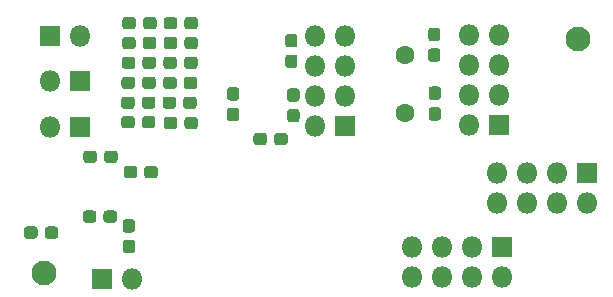
<source format=gbr>
%TF.GenerationSoftware,KiCad,Pcbnew,(5.1.6-0-10_14)*%
%TF.CreationDate,2020-07-31T15:00:41-05:00*%
%TF.ProjectId,final_fingerprint_sensor,66696e61-6c5f-4666-996e-676572707269,rev?*%
%TF.SameCoordinates,Original*%
%TF.FileFunction,Soldermask,Bot*%
%TF.FilePolarity,Negative*%
%FSLAX46Y46*%
G04 Gerber Fmt 4.6, Leading zero omitted, Abs format (unit mm)*
G04 Created by KiCad (PCBNEW (5.1.6-0-10_14)) date 2020-07-31 15:00:41*
%MOMM*%
%LPD*%
G01*
G04 APERTURE LIST*
%ADD10C,2.100000*%
%ADD11R,1.800000X1.800000*%
%ADD12O,1.800000X1.800000*%
%ADD13C,1.600000*%
G04 APERTURE END LIST*
%TO.C,C1*%
G36*
G01*
X118475000Y-70187500D02*
X118475000Y-69662500D01*
G75*
G02*
X118737500Y-69400000I262500J0D01*
G01*
X119362500Y-69400000D01*
G75*
G02*
X119625000Y-69662500I0J-262500D01*
G01*
X119625000Y-70187500D01*
G75*
G02*
X119362500Y-70450000I-262500J0D01*
G01*
X118737500Y-70450000D01*
G75*
G02*
X118475000Y-70187500I0J262500D01*
G01*
G37*
G36*
G01*
X120225000Y-70187500D02*
X120225000Y-69662500D01*
G75*
G02*
X120487500Y-69400000I262500J0D01*
G01*
X121112500Y-69400000D01*
G75*
G02*
X121375000Y-69662500I0J-262500D01*
G01*
X121375000Y-70187500D01*
G75*
G02*
X121112500Y-70450000I-262500J0D01*
G01*
X120487500Y-70450000D01*
G75*
G02*
X120225000Y-70187500I0J262500D01*
G01*
G37*
%TD*%
%TO.C,C4*%
G36*
G01*
X121275000Y-57062500D02*
X121275000Y-57587500D01*
G75*
G02*
X121012500Y-57850000I-262500J0D01*
G01*
X120387500Y-57850000D01*
G75*
G02*
X120125000Y-57587500I0J262500D01*
G01*
X120125000Y-57062500D01*
G75*
G02*
X120387500Y-56800000I262500J0D01*
G01*
X121012500Y-56800000D01*
G75*
G02*
X121275000Y-57062500I0J-262500D01*
G01*
G37*
G36*
G01*
X119525000Y-57062500D02*
X119525000Y-57587500D01*
G75*
G02*
X119262500Y-57850000I-262500J0D01*
G01*
X118637500Y-57850000D01*
G75*
G02*
X118375000Y-57587500I0J262500D01*
G01*
X118375000Y-57062500D01*
G75*
G02*
X118637500Y-56800000I262500J0D01*
G01*
X119262500Y-56800000D01*
G75*
G02*
X119525000Y-57062500I0J-262500D01*
G01*
G37*
%TD*%
%TO.C,C6*%
G36*
G01*
X120075000Y-60937500D02*
X120075000Y-60412500D01*
G75*
G02*
X120337500Y-60150000I262500J0D01*
G01*
X120962500Y-60150000D01*
G75*
G02*
X121225000Y-60412500I0J-262500D01*
G01*
X121225000Y-60937500D01*
G75*
G02*
X120962500Y-61200000I-262500J0D01*
G01*
X120337500Y-61200000D01*
G75*
G02*
X120075000Y-60937500I0J262500D01*
G01*
G37*
G36*
G01*
X118325000Y-60937500D02*
X118325000Y-60412500D01*
G75*
G02*
X118587500Y-60150000I262500J0D01*
G01*
X119212500Y-60150000D01*
G75*
G02*
X119475000Y-60412500I0J-262500D01*
G01*
X119475000Y-60937500D01*
G75*
G02*
X119212500Y-61200000I-262500J0D01*
G01*
X118587500Y-61200000D01*
G75*
G02*
X118325000Y-60937500I0J262500D01*
G01*
G37*
%TD*%
%TO.C,C7*%
G36*
G01*
X118275000Y-65962500D02*
X118275000Y-65437500D01*
G75*
G02*
X118537500Y-65175000I262500J0D01*
G01*
X119162500Y-65175000D01*
G75*
G02*
X119425000Y-65437500I0J-262500D01*
G01*
X119425000Y-65962500D01*
G75*
G02*
X119162500Y-66225000I-262500J0D01*
G01*
X118537500Y-66225000D01*
G75*
G02*
X118275000Y-65962500I0J262500D01*
G01*
G37*
G36*
G01*
X120025000Y-65962500D02*
X120025000Y-65437500D01*
G75*
G02*
X120287500Y-65175000I262500J0D01*
G01*
X120912500Y-65175000D01*
G75*
G02*
X121175000Y-65437500I0J-262500D01*
G01*
X121175000Y-65962500D01*
G75*
G02*
X120912500Y-66225000I-262500J0D01*
G01*
X120287500Y-66225000D01*
G75*
G02*
X120025000Y-65962500I0J262500D01*
G01*
G37*
%TD*%
%TO.C,C8*%
G36*
G01*
X121175000Y-63787500D02*
X121175000Y-64312500D01*
G75*
G02*
X120912500Y-64575000I-262500J0D01*
G01*
X120287500Y-64575000D01*
G75*
G02*
X120025000Y-64312500I0J262500D01*
G01*
X120025000Y-63787500D01*
G75*
G02*
X120287500Y-63525000I262500J0D01*
G01*
X120912500Y-63525000D01*
G75*
G02*
X121175000Y-63787500I0J-262500D01*
G01*
G37*
G36*
G01*
X119425000Y-63787500D02*
X119425000Y-64312500D01*
G75*
G02*
X119162500Y-64575000I-262500J0D01*
G01*
X118537500Y-64575000D01*
G75*
G02*
X118275000Y-64312500I0J262500D01*
G01*
X118275000Y-63787500D01*
G75*
G02*
X118537500Y-63525000I262500J0D01*
G01*
X119162500Y-63525000D01*
G75*
G02*
X119425000Y-63787500I0J-262500D01*
G01*
G37*
%TD*%
%TO.C,C9*%
G36*
G01*
X115025000Y-73962500D02*
X115025000Y-73437500D01*
G75*
G02*
X115287500Y-73175000I262500J0D01*
G01*
X115912500Y-73175000D01*
G75*
G02*
X116175000Y-73437500I0J-262500D01*
G01*
X116175000Y-73962500D01*
G75*
G02*
X115912500Y-74225000I-262500J0D01*
G01*
X115287500Y-74225000D01*
G75*
G02*
X115025000Y-73962500I0J262500D01*
G01*
G37*
G36*
G01*
X116775000Y-73962500D02*
X116775000Y-73437500D01*
G75*
G02*
X117037500Y-73175000I262500J0D01*
G01*
X117662500Y-73175000D01*
G75*
G02*
X117925000Y-73437500I0J-262500D01*
G01*
X117925000Y-73962500D01*
G75*
G02*
X117662500Y-74225000I-262500J0D01*
G01*
X117037500Y-74225000D01*
G75*
G02*
X116775000Y-73962500I0J262500D01*
G01*
G37*
%TD*%
%TO.C,C10*%
G36*
G01*
X116225000Y-68362500D02*
X116225000Y-68887500D01*
G75*
G02*
X115962500Y-69150000I-262500J0D01*
G01*
X115337500Y-69150000D01*
G75*
G02*
X115075000Y-68887500I0J262500D01*
G01*
X115075000Y-68362500D01*
G75*
G02*
X115337500Y-68100000I262500J0D01*
G01*
X115962500Y-68100000D01*
G75*
G02*
X116225000Y-68362500I0J-262500D01*
G01*
G37*
G36*
G01*
X117975000Y-68362500D02*
X117975000Y-68887500D01*
G75*
G02*
X117712500Y-69150000I-262500J0D01*
G01*
X117087500Y-69150000D01*
G75*
G02*
X116825000Y-68887500I0J262500D01*
G01*
X116825000Y-68362500D01*
G75*
G02*
X117087500Y-68100000I262500J0D01*
G01*
X117712500Y-68100000D01*
G75*
G02*
X117975000Y-68362500I0J-262500D01*
G01*
G37*
%TD*%
%TO.C,C13*%
G36*
G01*
X120100000Y-59262500D02*
X120100000Y-58737500D01*
G75*
G02*
X120362500Y-58475000I262500J0D01*
G01*
X120987500Y-58475000D01*
G75*
G02*
X121250000Y-58737500I0J-262500D01*
G01*
X121250000Y-59262500D01*
G75*
G02*
X120987500Y-59525000I-262500J0D01*
G01*
X120362500Y-59525000D01*
G75*
G02*
X120100000Y-59262500I0J262500D01*
G01*
G37*
G36*
G01*
X118350000Y-59262500D02*
X118350000Y-58737500D01*
G75*
G02*
X118612500Y-58475000I262500J0D01*
G01*
X119237500Y-58475000D01*
G75*
G02*
X119500000Y-58737500I0J-262500D01*
G01*
X119500000Y-59262500D01*
G75*
G02*
X119237500Y-59525000I-262500J0D01*
G01*
X118612500Y-59525000D01*
G75*
G02*
X118350000Y-59262500I0J262500D01*
G01*
G37*
%TD*%
D10*
%TO.C,H1*%
X156972000Y-58674000D03*
%TD*%
%TO.C,H2*%
X111760000Y-78486000D03*
%TD*%
D11*
%TO.C,J1*%
X137248900Y-65991740D03*
D12*
X134708900Y-65991740D03*
X137248900Y-63451740D03*
X134708900Y-63451740D03*
X137248900Y-60911740D03*
X134708900Y-60911740D03*
X137248900Y-58371740D03*
X134708900Y-58371740D03*
%TD*%
%TO.C,J2*%
X112275000Y-62250000D03*
D11*
X114815000Y-62250000D03*
%TD*%
%TO.C,J3*%
X114800000Y-66075000D03*
D12*
X112260000Y-66075000D03*
%TD*%
%TO.C,J4*%
X114808000Y-58420000D03*
D11*
X112268000Y-58420000D03*
%TD*%
%TO.C,J5*%
X116625000Y-79000000D03*
D12*
X119165000Y-79000000D03*
%TD*%
%TO.C,J6*%
X150135000Y-72565000D03*
X150135000Y-70025000D03*
X152675000Y-72565000D03*
X152675000Y-70025000D03*
X155215000Y-72565000D03*
X155215000Y-70025000D03*
X157755000Y-72565000D03*
D11*
X157755000Y-70025000D03*
%TD*%
%TO.C,J7*%
X150290000Y-65930000D03*
D12*
X147750000Y-65930000D03*
X150290000Y-63390000D03*
X147750000Y-63390000D03*
X150290000Y-60850000D03*
X147750000Y-60850000D03*
X150290000Y-58310000D03*
X147750000Y-58310000D03*
%TD*%
%TO.C,J8*%
X142855000Y-78790000D03*
X142855000Y-76250000D03*
X145395000Y-78790000D03*
X145395000Y-76250000D03*
X147935000Y-78790000D03*
X147935000Y-76250000D03*
X150475000Y-78790000D03*
D11*
X150475000Y-76250000D03*
%TD*%
%TO.C,R1*%
G36*
G01*
X120050000Y-62637500D02*
X120050000Y-62112500D01*
G75*
G02*
X120312500Y-61850000I262500J0D01*
G01*
X120937500Y-61850000D01*
G75*
G02*
X121200000Y-62112500I0J-262500D01*
G01*
X121200000Y-62637500D01*
G75*
G02*
X120937500Y-62900000I-262500J0D01*
G01*
X120312500Y-62900000D01*
G75*
G02*
X120050000Y-62637500I0J262500D01*
G01*
G37*
G36*
G01*
X118300000Y-62637500D02*
X118300000Y-62112500D01*
G75*
G02*
X118562500Y-61850000I262500J0D01*
G01*
X119187500Y-61850000D01*
G75*
G02*
X119450000Y-62112500I0J-262500D01*
G01*
X119450000Y-62637500D01*
G75*
G02*
X119187500Y-62900000I-262500J0D01*
G01*
X118562500Y-62900000D01*
G75*
G02*
X118300000Y-62637500I0J262500D01*
G01*
G37*
%TD*%
%TO.C,R2*%
G36*
G01*
X121775000Y-64312500D02*
X121775000Y-63787500D01*
G75*
G02*
X122037500Y-63525000I262500J0D01*
G01*
X122662500Y-63525000D01*
G75*
G02*
X122925000Y-63787500I0J-262500D01*
G01*
X122925000Y-64312500D01*
G75*
G02*
X122662500Y-64575000I-262500J0D01*
G01*
X122037500Y-64575000D01*
G75*
G02*
X121775000Y-64312500I0J262500D01*
G01*
G37*
G36*
G01*
X123525000Y-64312500D02*
X123525000Y-63787500D01*
G75*
G02*
X123787500Y-63525000I262500J0D01*
G01*
X124412500Y-63525000D01*
G75*
G02*
X124675000Y-63787500I0J-262500D01*
G01*
X124675000Y-64312500D01*
G75*
G02*
X124412500Y-64575000I-262500J0D01*
G01*
X123787500Y-64575000D01*
G75*
G02*
X123525000Y-64312500I0J262500D01*
G01*
G37*
%TD*%
%TO.C,R3*%
G36*
G01*
X123625000Y-59262500D02*
X123625000Y-58737500D01*
G75*
G02*
X123887500Y-58475000I262500J0D01*
G01*
X124512500Y-58475000D01*
G75*
G02*
X124775000Y-58737500I0J-262500D01*
G01*
X124775000Y-59262500D01*
G75*
G02*
X124512500Y-59525000I-262500J0D01*
G01*
X123887500Y-59525000D01*
G75*
G02*
X123625000Y-59262500I0J262500D01*
G01*
G37*
G36*
G01*
X121875000Y-59262500D02*
X121875000Y-58737500D01*
G75*
G02*
X122137500Y-58475000I262500J0D01*
G01*
X122762500Y-58475000D01*
G75*
G02*
X123025000Y-58737500I0J-262500D01*
G01*
X123025000Y-59262500D01*
G75*
G02*
X122762500Y-59525000I-262500J0D01*
G01*
X122137500Y-59525000D01*
G75*
G02*
X121875000Y-59262500I0J262500D01*
G01*
G37*
%TD*%
%TO.C,R5*%
G36*
G01*
X121825000Y-62637500D02*
X121825000Y-62112500D01*
G75*
G02*
X122087500Y-61850000I262500J0D01*
G01*
X122712500Y-61850000D01*
G75*
G02*
X122975000Y-62112500I0J-262500D01*
G01*
X122975000Y-62637500D01*
G75*
G02*
X122712500Y-62900000I-262500J0D01*
G01*
X122087500Y-62900000D01*
G75*
G02*
X121825000Y-62637500I0J262500D01*
G01*
G37*
G36*
G01*
X123575000Y-62637500D02*
X123575000Y-62112500D01*
G75*
G02*
X123837500Y-61850000I262500J0D01*
G01*
X124462500Y-61850000D01*
G75*
G02*
X124725000Y-62112500I0J-262500D01*
G01*
X124725000Y-62637500D01*
G75*
G02*
X124462500Y-62900000I-262500J0D01*
G01*
X123837500Y-62900000D01*
G75*
G02*
X123575000Y-62637500I0J262500D01*
G01*
G37*
%TD*%
%TO.C,R6*%
G36*
G01*
X121875000Y-57587500D02*
X121875000Y-57062500D01*
G75*
G02*
X122137500Y-56800000I262500J0D01*
G01*
X122762500Y-56800000D01*
G75*
G02*
X123025000Y-57062500I0J-262500D01*
G01*
X123025000Y-57587500D01*
G75*
G02*
X122762500Y-57850000I-262500J0D01*
G01*
X122137500Y-57850000D01*
G75*
G02*
X121875000Y-57587500I0J262500D01*
G01*
G37*
G36*
G01*
X123625000Y-57587500D02*
X123625000Y-57062500D01*
G75*
G02*
X123887500Y-56800000I262500J0D01*
G01*
X124512500Y-56800000D01*
G75*
G02*
X124775000Y-57062500I0J-262500D01*
G01*
X124775000Y-57587500D01*
G75*
G02*
X124512500Y-57850000I-262500J0D01*
G01*
X123887500Y-57850000D01*
G75*
G02*
X123625000Y-57587500I0J262500D01*
G01*
G37*
%TD*%
%TO.C,R14*%
G36*
G01*
X132937500Y-61125000D02*
X132412500Y-61125000D01*
G75*
G02*
X132150000Y-60862500I0J262500D01*
G01*
X132150000Y-60237500D01*
G75*
G02*
X132412500Y-59975000I262500J0D01*
G01*
X132937500Y-59975000D01*
G75*
G02*
X133200000Y-60237500I0J-262500D01*
G01*
X133200000Y-60862500D01*
G75*
G02*
X132937500Y-61125000I-262500J0D01*
G01*
G37*
G36*
G01*
X132937500Y-59375000D02*
X132412500Y-59375000D01*
G75*
G02*
X132150000Y-59112500I0J262500D01*
G01*
X132150000Y-58487500D01*
G75*
G02*
X132412500Y-58225000I262500J0D01*
G01*
X132937500Y-58225000D01*
G75*
G02*
X133200000Y-58487500I0J-262500D01*
G01*
X133200000Y-59112500D01*
G75*
G02*
X132937500Y-59375000I-262500J0D01*
G01*
G37*
%TD*%
%TO.C,R17*%
G36*
G01*
X127487500Y-62725000D02*
X128012500Y-62725000D01*
G75*
G02*
X128275000Y-62987500I0J-262500D01*
G01*
X128275000Y-63612500D01*
G75*
G02*
X128012500Y-63875000I-262500J0D01*
G01*
X127487500Y-63875000D01*
G75*
G02*
X127225000Y-63612500I0J262500D01*
G01*
X127225000Y-62987500D01*
G75*
G02*
X127487500Y-62725000I262500J0D01*
G01*
G37*
G36*
G01*
X127487500Y-64475000D02*
X128012500Y-64475000D01*
G75*
G02*
X128275000Y-64737500I0J-262500D01*
G01*
X128275000Y-65362500D01*
G75*
G02*
X128012500Y-65625000I-262500J0D01*
G01*
X127487500Y-65625000D01*
G75*
G02*
X127225000Y-65362500I0J262500D01*
G01*
X127225000Y-64737500D01*
G75*
G02*
X127487500Y-64475000I262500J0D01*
G01*
G37*
%TD*%
%TO.C,R18*%
G36*
G01*
X129475000Y-67387500D02*
X129475000Y-66862500D01*
G75*
G02*
X129737500Y-66600000I262500J0D01*
G01*
X130362500Y-66600000D01*
G75*
G02*
X130625000Y-66862500I0J-262500D01*
G01*
X130625000Y-67387500D01*
G75*
G02*
X130362500Y-67650000I-262500J0D01*
G01*
X129737500Y-67650000D01*
G75*
G02*
X129475000Y-67387500I0J262500D01*
G01*
G37*
G36*
G01*
X131225000Y-67387500D02*
X131225000Y-66862500D01*
G75*
G02*
X131487500Y-66600000I262500J0D01*
G01*
X132112500Y-66600000D01*
G75*
G02*
X132375000Y-66862500I0J-262500D01*
G01*
X132375000Y-67387500D01*
G75*
G02*
X132112500Y-67650000I-262500J0D01*
G01*
X131487500Y-67650000D01*
G75*
G02*
X131225000Y-67387500I0J262500D01*
G01*
G37*
%TD*%
%TO.C,R19*%
G36*
G01*
X132587500Y-64575000D02*
X133112500Y-64575000D01*
G75*
G02*
X133375000Y-64837500I0J-262500D01*
G01*
X133375000Y-65462500D01*
G75*
G02*
X133112500Y-65725000I-262500J0D01*
G01*
X132587500Y-65725000D01*
G75*
G02*
X132325000Y-65462500I0J262500D01*
G01*
X132325000Y-64837500D01*
G75*
G02*
X132587500Y-64575000I262500J0D01*
G01*
G37*
G36*
G01*
X132587500Y-62825000D02*
X133112500Y-62825000D01*
G75*
G02*
X133375000Y-63087500I0J-262500D01*
G01*
X133375000Y-63712500D01*
G75*
G02*
X133112500Y-63975000I-262500J0D01*
G01*
X132587500Y-63975000D01*
G75*
G02*
X132325000Y-63712500I0J262500D01*
G01*
X132325000Y-63087500D01*
G75*
G02*
X132587500Y-62825000I262500J0D01*
G01*
G37*
%TD*%
%TO.C,R23*%
G36*
G01*
X123625000Y-66037500D02*
X123625000Y-65512500D01*
G75*
G02*
X123887500Y-65250000I262500J0D01*
G01*
X124512500Y-65250000D01*
G75*
G02*
X124775000Y-65512500I0J-262500D01*
G01*
X124775000Y-66037500D01*
G75*
G02*
X124512500Y-66300000I-262500J0D01*
G01*
X123887500Y-66300000D01*
G75*
G02*
X123625000Y-66037500I0J262500D01*
G01*
G37*
G36*
G01*
X121875000Y-66037500D02*
X121875000Y-65512500D01*
G75*
G02*
X122137500Y-65250000I262500J0D01*
G01*
X122762500Y-65250000D01*
G75*
G02*
X123025000Y-65512500I0J-262500D01*
G01*
X123025000Y-66037500D01*
G75*
G02*
X122762500Y-66300000I-262500J0D01*
G01*
X122137500Y-66300000D01*
G75*
G02*
X121875000Y-66037500I0J262500D01*
G01*
G37*
%TD*%
D13*
%TO.C,Y2*%
X142325000Y-60050000D03*
X142325000Y-64930000D03*
%TD*%
%TO.C,C3*%
G36*
G01*
X124750000Y-60412500D02*
X124750000Y-60937500D01*
G75*
G02*
X124487500Y-61200000I-262500J0D01*
G01*
X123862500Y-61200000D01*
G75*
G02*
X123600000Y-60937500I0J262500D01*
G01*
X123600000Y-60412500D01*
G75*
G02*
X123862500Y-60150000I262500J0D01*
G01*
X124487500Y-60150000D01*
G75*
G02*
X124750000Y-60412500I0J-262500D01*
G01*
G37*
G36*
G01*
X123000000Y-60412500D02*
X123000000Y-60937500D01*
G75*
G02*
X122737500Y-61200000I-262500J0D01*
G01*
X122112500Y-61200000D01*
G75*
G02*
X121850000Y-60937500I0J262500D01*
G01*
X121850000Y-60412500D01*
G75*
G02*
X122112500Y-60150000I262500J0D01*
G01*
X122737500Y-60150000D01*
G75*
G02*
X123000000Y-60412500I0J-262500D01*
G01*
G37*
%TD*%
%TO.C,C5*%
G36*
G01*
X145037500Y-60600000D02*
X144512500Y-60600000D01*
G75*
G02*
X144250000Y-60337500I0J262500D01*
G01*
X144250000Y-59712500D01*
G75*
G02*
X144512500Y-59450000I262500J0D01*
G01*
X145037500Y-59450000D01*
G75*
G02*
X145300000Y-59712500I0J-262500D01*
G01*
X145300000Y-60337500D01*
G75*
G02*
X145037500Y-60600000I-262500J0D01*
G01*
G37*
G36*
G01*
X145037500Y-58850000D02*
X144512500Y-58850000D01*
G75*
G02*
X144250000Y-58587500I0J262500D01*
G01*
X144250000Y-57962500D01*
G75*
G02*
X144512500Y-57700000I262500J0D01*
G01*
X145037500Y-57700000D01*
G75*
G02*
X145300000Y-57962500I0J-262500D01*
G01*
X145300000Y-58587500D01*
G75*
G02*
X145037500Y-58850000I-262500J0D01*
G01*
G37*
%TD*%
%TO.C,C16*%
G36*
G01*
X145087500Y-63825000D02*
X144562500Y-63825000D01*
G75*
G02*
X144300000Y-63562500I0J262500D01*
G01*
X144300000Y-62937500D01*
G75*
G02*
X144562500Y-62675000I262500J0D01*
G01*
X145087500Y-62675000D01*
G75*
G02*
X145350000Y-62937500I0J-262500D01*
G01*
X145350000Y-63562500D01*
G75*
G02*
X145087500Y-63825000I-262500J0D01*
G01*
G37*
G36*
G01*
X145087500Y-65575000D02*
X144562500Y-65575000D01*
G75*
G02*
X144300000Y-65312500I0J262500D01*
G01*
X144300000Y-64687500D01*
G75*
G02*
X144562500Y-64425000I262500J0D01*
G01*
X145087500Y-64425000D01*
G75*
G02*
X145350000Y-64687500I0J-262500D01*
G01*
X145350000Y-65312500D01*
G75*
G02*
X145087500Y-65575000I-262500J0D01*
G01*
G37*
%TD*%
%TO.C,R4*%
G36*
G01*
X111200000Y-74787500D02*
X111200000Y-75312500D01*
G75*
G02*
X110937500Y-75575000I-262500J0D01*
G01*
X110312500Y-75575000D01*
G75*
G02*
X110050000Y-75312500I0J262500D01*
G01*
X110050000Y-74787500D01*
G75*
G02*
X110312500Y-74525000I262500J0D01*
G01*
X110937500Y-74525000D01*
G75*
G02*
X111200000Y-74787500I0J-262500D01*
G01*
G37*
G36*
G01*
X112950000Y-74787500D02*
X112950000Y-75312500D01*
G75*
G02*
X112687500Y-75575000I-262500J0D01*
G01*
X112062500Y-75575000D01*
G75*
G02*
X111800000Y-75312500I0J262500D01*
G01*
X111800000Y-74787500D01*
G75*
G02*
X112062500Y-74525000I262500J0D01*
G01*
X112687500Y-74525000D01*
G75*
G02*
X112950000Y-74787500I0J-262500D01*
G01*
G37*
%TD*%
%TO.C,R20*%
G36*
G01*
X119187500Y-76800000D02*
X118662500Y-76800000D01*
G75*
G02*
X118400000Y-76537500I0J262500D01*
G01*
X118400000Y-75912500D01*
G75*
G02*
X118662500Y-75650000I262500J0D01*
G01*
X119187500Y-75650000D01*
G75*
G02*
X119450000Y-75912500I0J-262500D01*
G01*
X119450000Y-76537500D01*
G75*
G02*
X119187500Y-76800000I-262500J0D01*
G01*
G37*
G36*
G01*
X119187500Y-75050000D02*
X118662500Y-75050000D01*
G75*
G02*
X118400000Y-74787500I0J262500D01*
G01*
X118400000Y-74162500D01*
G75*
G02*
X118662500Y-73900000I262500J0D01*
G01*
X119187500Y-73900000D01*
G75*
G02*
X119450000Y-74162500I0J-262500D01*
G01*
X119450000Y-74787500D01*
G75*
G02*
X119187500Y-75050000I-262500J0D01*
G01*
G37*
%TD*%
M02*

</source>
